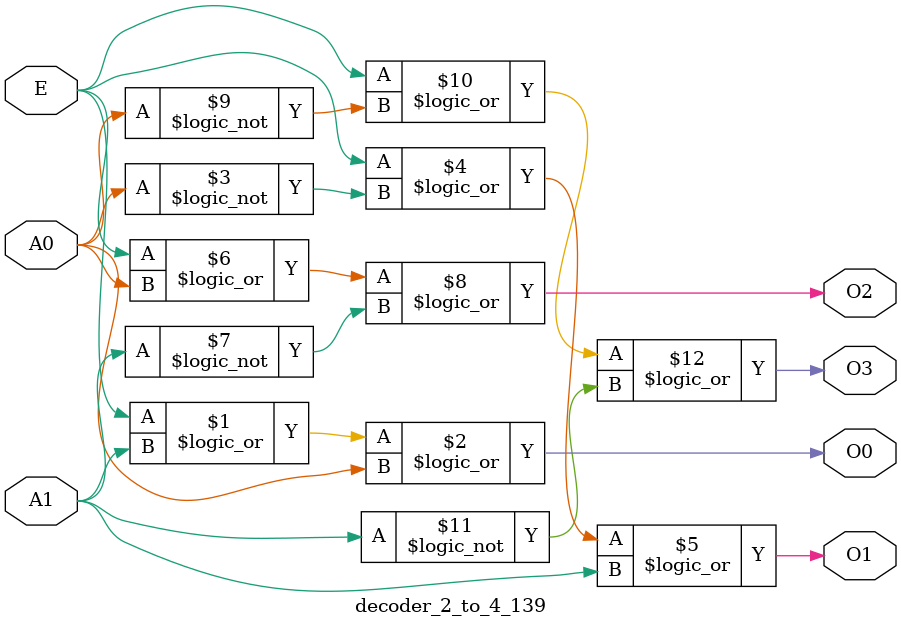
<source format=v>
module decoder_2_to_4_139(input E, A0, A1, output O0, O1, O2, O3);

	//This module recreates the functionality of the 74139 2-to-4 line decoder.
	
	assign O0 = E || A1 || A0;

	assign O1 = E || !A0 || A1;
	
	assign O2 = E || A0 || !A1;
	
	assign O3 = E || !A0 || !A1;
	
endmodule

</source>
